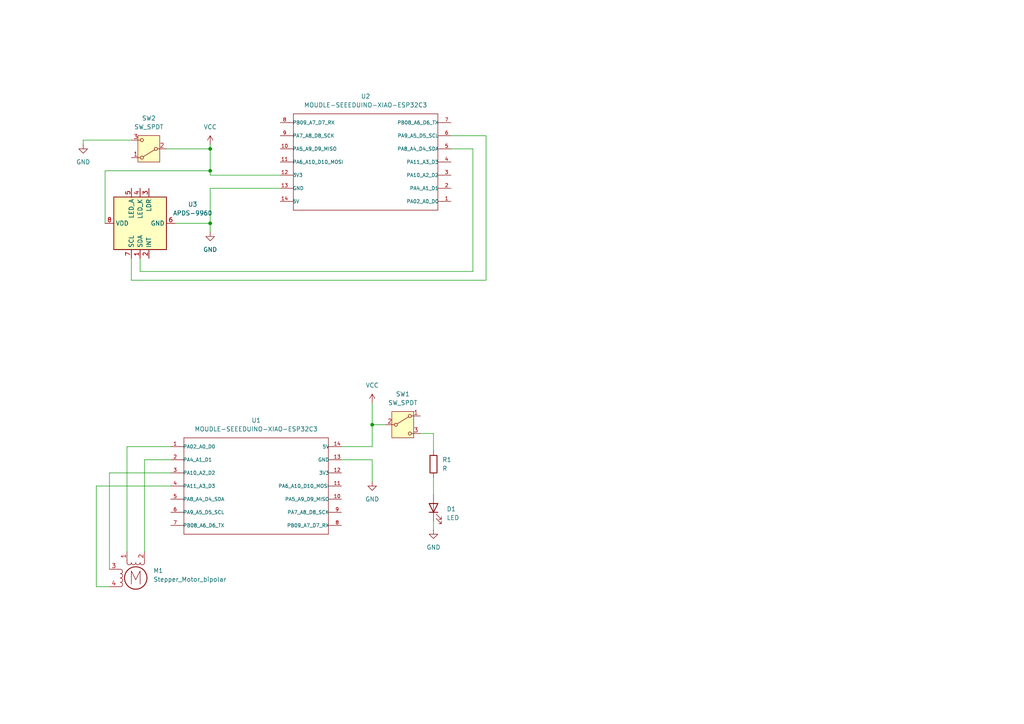
<source format=kicad_sch>
(kicad_sch (version 20231120) (generator "eeschema") (generator_version "8.0")
  (paper "A4")
  (title_block (title "Plant Monitor Device") (date "2025-01-26") (rev "v1") (company "Diana Ding"))
  (lib_symbols
    (symbol "Device:LED" (pin_numbers hide) (pin_names (offset 1.016) hide)
      (property "Reference" "D" (at 0 2.54 0))
      (property "Value" "LED" (at 0 -2.54 0))
      (symbol "LED_0_1"
        (polyline (pts (xy -1.27 -1.27) (xy -1.27 1.27)) (stroke (width 0.254)))
        (polyline (pts (xy -1.27 0) (xy 1.27 0)))
        (polyline (pts (xy 1.27 -1.27) (xy 1.27 1.27) (xy -1.27 0) (xy 1.27 -1.27)) (stroke (width 0.254)))
        (polyline (pts (xy -3.048 -0.762) (xy -4.572 -2.286) (xy -3.81 -2.286) (xy -4.572 -2.286) (xy -4.572 -1.524)))
        (polyline (pts (xy -1.778 -0.762) (xy -3.302 -2.286) (xy -2.54 -2.286) (xy -3.302 -2.286) (xy -3.302 -1.524)))
      )
      (symbol "LED_1_1"
        (pin passive line (at -3.81 0 0) (length 2.54) (name "K") (number "1"))
        (pin passive line (at 3.81 0 180) (length 2.54) (name "A") (number "2"))
      )
    )
    (symbol "Device:R" (pin_numbers hide) (pin_names (offset 0))
      (property "Reference" "R" (at 2.032 0 90))
      (property "Value" "R" (at 0 0 90))
      (symbol "R_0_1"
        (rectangle (start -1.016 -2.54) (end 1.016 2.54) (stroke (width 0.254)))
      )
      (symbol "R_1_1"
        (pin passive line (at 0 3.81 270) (length 1.27) (name "~") (number "1"))
        (pin passive line (at 0 -3.81 90) (length 1.27) (name "~") (number "2"))
      )
    )
    (symbol "Motor:Stepper_Motor_bipolar" (pin_names (offset 0) hide)
      (property "Reference" "M" (at 3.81 2.54 0))
      (property "Value" "Stepper_Motor_bipolar" (at 3.81 1.27 0))
      (symbol "Stepper_Motor_bipolar_0_0"
        (polyline (pts (xy -1.27 -1.778) (xy -1.27 2.032) (xy 0 -0.508) (xy 1.27 2.032) (xy 1.27 -1.778)))
      )
      (symbol "Stepper_Motor_bipolar_0_1"
        (arc (start -4.445 -2.54) (mid -3.8127 -1.905) (end -4.445 -1.27))
        (arc (start -4.445 -1.27) (mid -3.8127 -0.635) (end -4.445 0))
        (arc (start -4.445 0) (mid -3.8127 0.635) (end -4.445 1.27))
        (arc (start -4.445 1.27) (mid -3.8127 1.905) (end -4.445 2.54))
        (arc (start -2.54 4.445) (mid -1.905 3.8127) (end -1.27 4.445))
        (arc (start -1.27 4.445) (mid -0.635 3.8127) (end 0 4.445))
        (polyline (pts (xy -5.08 -2.54) (xy -4.445 -2.54)))
        (polyline (pts (xy -5.08 2.54) (xy -4.445 2.54)))
        (polyline (pts (xy -2.54 5.08) (xy -2.54 4.445)))
        (polyline (pts (xy 2.54 5.08) (xy 2.54 4.445)))
        (circle (center 0 0) (radius 3.2512) (stroke (width 0.254)))
        (arc (start 0 4.445) (mid 0.635 3.8127) (end 1.27 4.445))
        (arc (start 1.27 4.445) (mid 1.905 3.8127) (end 2.54 4.445))
      )
      (symbol "Stepper_Motor_bipolar_1_1"
        (pin passive line (at -2.54 7.62 270) (length 2.54) (name "~") (number "1"))
        (pin passive line (at 2.54 7.62 270) (length 2.54) (name "-") (number "2"))
        (pin passive line (at -7.62 2.54 0) (length 2.54) (name "~") (number "3"))
        (pin passive line (at -7.62 -2.54 0) (length 2.54) (name "~") (number "4"))
      )
    )
    (symbol "Sensor:APDS-9960"
      (property "Reference" "U" (at -5.08 8.89 0))
      (property "Value" "APDS-9960" (at 6.35 8.89 0))
      (symbol "APDS-9960_0_1"
        (rectangle (start -7.62 7.62) (end 7.62 -7.62) (stroke (width 0.254)) (fill (type background)))
      )
      (symbol "APDS-9960_1_1"
        (pin bidirectional line (at -10.16 0 0) (length 2.54) (name "SDA") (number "1"))
        (pin open_collector line (at -10.16 -2.54 0) (length 2.54) (name "INT") (number "2"))
        (pin passive line (at 10.16 -2.54 180) (length 2.54) (name "LDR") (number "3"))
        (pin passive line (at 10.16 0 180) (length 2.54) (name "LED_K") (number "4"))
        (pin passive line (at 10.16 2.54 180) (length 2.54) (name "LED_A") (number "5"))
        (pin power_in line (at 0 -10.16 90) (length 2.54) (name "GND") (number "6"))
        (pin input line (at -10.16 2.54 0) (length 2.54) (name "SCL") (number "7"))
        (pin power_in line (at 0 10.16 270) (length 2.54) (name "VDD") (number "8"))
      )
    )
    (symbol "Switch:SW_SPDT" (pin_names (offset 0) hide)
      (property "Reference" "SW" (at 0 5.08 0))
      (property "Value" "SW_SPDT" (at 0 -5.08 0))
      (symbol "SW_SPDT_0_1"
        (circle (center -2.032 0) (radius 0.4572))
        (polyline (pts (xy -1.651 0.254) (xy 1.651 2.286)))
        (circle (center 2.032 -2.54) (radius 0.4572))
        (circle (center 2.032 2.54) (radius 0.4572))
      )
      (symbol "SW_SPDT_1_1"
        (rectangle (start -3.175 3.81) (end 3.175 -3.81) (fill (type background)))
        (pin passive line (at 5.08 2.54 180) (length 2.54) (name "A") (number "1"))
        (pin passive line (at -5.08 0 0) (length 2.54) (name "B") (number "2"))
        (pin passive line (at 5.08 -2.54 180) (length 2.54) (name "C") (number "3"))
      )
    )
    (symbol "XIao_demo:MOUDLE-SEEEDUINO-XIAO-ESP32C3" (pin_names (offset 1.016))
      (property "Reference" "U" (at -21.59 15.24 0))
      (property "Value" "MOUDLE-SEEEDUINO-XIAO-ESP32C3" (at -21.59 13.97 0))
      (symbol "MOUDLE-SEEEDUINO-XIAO-ESP32C3_0_0"
        (polyline (pts (xy -21.59 -13.97) (xy -21.59 0)) (stroke (width 0.1524)))
        (polyline (pts (xy -21.59 -11.43) (xy -22.86 -11.43)) (stroke (width 0.1524)))
        (polyline (pts (xy -21.59 -7.62) (xy -22.86 -7.62)) (stroke (width 0.1524)))
        (polyline (pts (xy -21.59 -3.81) (xy -22.86 -3.81)) (stroke (width 0.1524)))
        (polyline (pts (xy -21.59 0) (xy -22.86 0)) (stroke (width 0.1524)))
        (polyline (pts (xy -21.59 0) (xy -21.59 3.81)) (stroke (width 0.1524)))
        (polyline (pts (xy -21.59 3.81) (xy -22.86 3.81)) (stroke (width 0.1524)))
        (polyline (pts (xy -21.59 3.81) (xy -21.59 7.62)) (stroke (width 0.1524)))
        (polyline (pts (xy -21.59 7.62) (xy -22.86 7.62)) (stroke (width 0.1524)))
        (polyline (pts (xy -21.59 7.62) (xy -21.59 11.43)) (stroke (width 0.1524)))
        (polyline (pts (xy -21.59 11.43) (xy -22.86 11.43)) (stroke (width 0.1524)))
        (polyline (pts (xy -21.59 11.43) (xy -21.59 13.97)) (stroke (width 0.1524)))
        (polyline (pts (xy -21.59 13.97) (xy 20.32 13.97)) (stroke (width 0.1524)))
        (polyline (pts (xy 20.32 -13.97) (xy -21.59 -13.97)) (stroke (width 0.1524)))
        (polyline (pts (xy 20.32 3.81) (xy 20.32 -13.97)) (stroke (width 0.1524)))
        (polyline (pts (xy 20.32 7.62) (xy 20.32 3.81)) (stroke (width 0.1524)))
        (polyline (pts (xy 20.32 11.43) (xy 20.32 7.62)) (stroke (width 0.1524)))
        (polyline (pts (xy 20.32 13.97) (xy 20.32 11.43)) (stroke (width 0.1524)))
        (polyline (pts (xy 21.59 -11.43) (xy 20.32 -11.43)) (stroke (width 0.1524)))
        (polyline (pts (xy 21.59 -7.62) (xy 20.32 -7.62)) (stroke (width 0.1524)))
        (polyline (pts (xy 21.59 -3.81) (xy 20.32 -3.81)) (stroke (width 0.1524)))
        (polyline (pts (xy 21.59 0) (xy 20.32 0)) (stroke (width 0.1524)))
        (polyline (pts (xy 21.59 3.81) (xy 20.32 3.81)) (stroke (width 0.1524)))
        (polyline (pts (xy 21.59 7.62) (xy 20.32 7.62)) (stroke (width 0.1524)))
        (polyline (pts (xy 21.59 11.43) (xy 20.32 11.43)) (stroke (width 0.1524)))
        (pin bidirectional line (at -25.4 11.43 0) (length 2.54) (name "PA02_A0_D0") (number "1"))
        (pin bidirectional line (at 24.13 -3.81 180) (length 2.54) (name "PA5_A9_D9_MISO") (number "10"))
        (pin bidirectional line (at 24.13 0 180) (length 2.54) (name "PA6_A10_D10_MOSI") (number "11"))
        (pin bidirectional line (at 24.13 3.81 180) (length 2.54) (name "3V3") (number "12"))
        (pin bidirectional line (at 24.13 7.62 180) (length 2.54) (name "GND") (number "13"))
        (pin bidirectional line (at 24.13 11.43 180) (length 2.54) (name "5V") (number "14"))
        (pin bidirectional line (at -25.4 7.62 0) (length 2.54) (name "PA4_A1_D1") (number "2"))
        (pin bidirectional line (at -25.4 3.81 0) (length 2.54) (name "PA10_A2_D2") (number "3"))
        (pin bidirectional line (at -25.4 0 0) (length 2.54) (name "PA11_A3_D3") (number "4"))
        (pin bidirectional line (at -25.4 -3.81 0) (length 2.54) (name "PA8_A4_D4_SDA") (number "5"))
        (pin bidirectional line (at -25.4 -7.62 0) (length 2.54) (name "PA9_A5_D5_SCL") (number "6"))
        (pin bidirectional line (at -25.4 -11.43 0) (length 2.54) (name "PB08_A6_D6_TX") (number "7"))
        (pin bidirectional line (at 24.13 -11.43 180) (length 2.54) (name "PB09_A7_D7_RX") (number "8"))
        (pin bidirectional line (at 24.13 -7.62 180) (length 2.54) (name "PA7_A8_D8_SCK") (number "9"))
      )
    )
    (symbol "power:GND" (power) (pin_numbers hide) (pin_names (offset 0) hide)
      (property "Value" "GND" (at 0 -3.81 0))
      (symbol "GND_0_1"
        (polyline (pts (xy 0 0) (xy 0 -1.27) (xy 1.27 -1.27) (xy 0 -2.54) (xy -1.27 -1.27) (xy 0 -1.27)))
      )
      (symbol "GND_1_1"
        (pin power_in line (at 0 0 270) (length 0) (name "~") (number "1"))
      )
    )
    (symbol "power:VCC" (power) (pin_numbers hide) (pin_names (offset 0) hide)
      (property "Value" "VCC" (at 0 3.556 0))
      (symbol "VCC_0_1"
        (polyline (pts (xy -0.762 1.27) (xy 0 2.54)))
        (polyline (pts (xy 0 0) (xy 0 2.54)))
        (polyline (pts (xy 0 2.54) (xy 0.762 1.27)))
      )
      (symbol "VCC_1_1"
        (pin power_in line (at 0 0 90) (length 0) (name "~") (number "1"))
      )
    )
  )
  (junction (at 60.96 43.18))
  (junction (at 60.96 49.53))
  (junction (at 60.96 64.77))
  (junction (at 107.95 123.19))
  (wire (pts (xy 125.73 138.43) (xy 125.73 143.51)))
  (wire (pts (xy 107.95 129.54) (xy 107.95 123.19)))
  (wire (pts (xy 31.75 170.18) (xy 27.94 170.18)))
  (wire (pts (xy 121.92 125.73) (xy 125.73 125.73)))
  (wire (pts (xy 107.95 123.19) (xy 111.76 123.19)))
  (wire (pts (xy 40.64 78.74) (xy 137.16 78.74)))
  (wire (pts (xy 41.91 160.02) (xy 41.91 133.35)))
  (wire (pts (xy 137.16 78.74) (xy 137.16 43.18)))
  (wire (pts (xy 125.73 125.73) (xy 125.73 130.81)))
  (wire (pts (xy 130.81 43.18) (xy 137.16 43.18)))
  (wire (pts (xy 31.75 165.1) (xy 31.75 137.16)))
  (wire (pts (xy 38.1 81.28) (xy 38.1 74.93)))
  (wire (pts (xy 50.8 64.77) (xy 60.96 64.77)))
  (wire (pts (xy 30.48 64.77) (xy 30.48 49.53)))
  (wire (pts (xy 107.95 133.35) (xy 99.06 133.35)))
  (wire (pts (xy 60.96 64.77) (xy 60.96 67.31)))
  (wire (pts (xy 24.13 40.64) (xy 24.13 41.91)))
  (wire (pts (xy 60.96 50.8) (xy 81.28 50.8)))
  (wire (pts (xy 60.96 41.91) (xy 60.96 43.18)))
  (wire (pts (xy 41.91 133.35) (xy 49.53 133.35)))
  (wire (pts (xy 60.96 43.18) (xy 60.96 49.53)))
  (wire (pts (xy 140.97 81.28) (xy 38.1 81.28)))
  (wire (pts (xy 36.83 129.54) (xy 49.53 129.54)))
  (wire (pts (xy 31.75 137.16) (xy 49.53 137.16)))
  (wire (pts (xy 60.96 54.61) (xy 60.96 64.77)))
  (wire (pts (xy 130.81 39.37) (xy 140.97 39.37)))
  (wire (pts (xy 140.97 39.37) (xy 140.97 81.28)))
  (wire (pts (xy 38.1 40.64) (xy 24.13 40.64)))
  (wire (pts (xy 125.73 151.13) (xy 125.73 153.67)))
  (wire (pts (xy 48.26 43.18) (xy 60.96 43.18)))
  (wire (pts (xy 107.95 139.7) (xy 107.95 133.35)))
  (wire (pts (xy 99.06 129.54) (xy 107.95 129.54)))
  (wire (pts (xy 27.94 170.18) (xy 27.94 140.97)))
  (wire (pts (xy 40.64 74.93) (xy 40.64 78.74)))
  (wire (pts (xy 81.28 54.61) (xy 60.96 54.61)))
  (wire (pts (xy 36.83 160.02) (xy 36.83 129.54)))
  (wire (pts (xy 107.95 123.19) (xy 107.95 116.84)))
  (wire (pts (xy 27.94 140.97) (xy 49.53 140.97)))
  (wire (pts (xy 30.48 49.53) (xy 60.96 49.53)))
  (wire (pts (xy 60.96 49.53) (xy 60.96 50.8)))
  (symbol (lib_id "Device:R") (at 125.73 134.62 0) (unit 1)
    (property "Reference" "R1" (at 128.27 133.3499 0) (effects (justify left)))
    (property "Value" "R" (at 128.27 135.8899 0) (effects (justify left)))
    (property "Description" "Resistor" (effects (hide yes)))
  )
  (symbol (lib_id "Motor:Stepper_Motor_bipolar") (at 39.37 167.64 0) (unit 1)
    (property "Reference" "M1" (at 44.45 165.519 0) (effects (justify left)))
    (property "Value" "Stepper_Motor_bipolar" (at 44.45 168.059 0) (effects (justify left)))
    (property "Datasheet" "http://www.infineon.com/dgdl/Application-Note-TLE8110EE_driving_UniPolarStepperMotor_V1.1.pdf?fileId=db3a30431be39b97011be5d0aa0a00b0" (effects (hide yes)))
    (property "Description" "4-wire bipolar stepper motor" (effects (hide yes)))
  )
  (symbol (lib_id "power:GND") (at 24.13 41.91 0) (unit 1)
    (property "Reference" "#PWR06" (effects (hide yes)))
    (property "Value" "GND" (at 24.13 46.99 0))
    (property "Description" "Power symbol creates a global label with name \"GND\" , ground" (effects (hide yes)))
  )
  (symbol (lib_id "power:GND") (at 107.95 139.7 0) (unit 1)
    (property "Reference" "#PWR02" (effects (hide yes)))
    (property "Value" "GND" (at 107.95 144.78 0))
    (property "Description" "Power symbol creates a global label with name \"GND\" , ground" (effects (hide yes)))
  )
  (symbol (lib_id "power:VCC") (at 107.95 116.84 0) (unit 1)
    (property "Reference" "#PWR01" (effects (hide yes)))
    (property "Value" "VCC" (at 107.95 111.76 0))
    (property "Description" "Power symbol creates a global label with name \"VCC\"" (effects (hide yes)))
  )
  (symbol (lib_id "power:VCC") (at 60.96 41.91 0) (unit 1)
    (property "Reference" "#PWR04" (effects (hide yes)))
    (property "Value" "VCC" (at 60.96 36.83 0))
    (property "Description" "Power symbol creates a global label with name \"VCC\"" (effects (hide yes)))
  )
  (symbol (lib_id "Switch:SW_SPDT") (at 116.84 123.19 0) (unit 1)
    (property "Reference" "SW1" (at 116.84 114.3 0))
    (property "Value" "SW_SPDT" (at 116.84 116.84 0))
    (property "Description" "Switch, single pole double throw" (effects (hide yes)))
  )
  (symbol (lib_id "power:GND") (at 125.73 153.67 0) (unit 1)
    (property "Reference" "#PWR03" (effects (hide yes)))
    (property "Value" "GND" (at 125.73 158.75 0))
    (property "Description" "Power symbol creates a global label with name \"GND\" , ground" (effects (hide yes)))
  )
  (symbol (lib_id "Switch:SW_SPDT") (at 43.18 43.18 180) (unit 1)
    (property "Reference" "SW2" (at 43.18 34.29 0))
    (property "Value" "SW_SPDT" (at 43.18 36.83 0))
    (property "Description" "Switch, single pole double throw" (effects (hide yes)))
  )
  (symbol (lib_id "Sensor:APDS-9960") (at 40.64 64.77 90) (unit 1)
    (property "Reference" "U3" (at 55.88 59.2738 90))
    (property "Value" "APDS-9960" (at 55.88 61.8138 90))
    (property "Footprint" "Sensor:Avago_APDS-9960" (effects (hide yes)))
    (property "Datasheet" "https://docs.broadcom.com/doc/AV02-4191EN" (effects (hide yes)))
    (property "Description" "Digital Proximity, Ambient Light, RGB and Gesture Sensor" (effects (hide yes)))
  )
  (symbol (lib_id "XIao_demo:MOUDLE-SEEEDUINO-XIAO-ESP32C3") (at 74.93 140.97 0) (unit 1)
    (property "Reference" "U1" (at 74.295 121.92 0))
    (property "Value" "MOUDLE-SEEEDUINO-XIAO-ESP32C3" (at 74.295 124.46 0))
    (property "Footprint" "MOUDLE14P-SMD-2.54-21X17.8MM" (effects (hide yes)))
  )
  (symbol (lib_id "power:GND") (at 60.96 67.31 0) (unit 1)
    (property "Reference" "#PWR05" (effects (hide yes)))
    (property "Value" "GND" (at 60.96 72.39 0))
    (property "Description" "Power symbol creates a global label with name \"GND\" , ground" (effects (hide yes)))
  )
  (symbol (lib_id "Device:LED") (at 125.73 147.32 90) (unit 1)
    (property "Reference" "D1" (at 129.54 147.6374 90) (effects (justify right)))
    (property "Value" "LED" (at 129.54 150.1774 90) (effects (justify right)))
    (property "Description" "Light emitting diode" (effects (hide yes)))
  )
  (symbol (lib_id "XIao_demo:MOUDLE-SEEEDUINO-XIAO-ESP32C3") (at 105.41 46.99 180) (unit 1)
    (property "Reference" "U2" (at 106.045 27.94 0))
    (property "Value" "MOUDLE-SEEEDUINO-XIAO-ESP32C3" (at 106.045 30.48 0))
    (property "Footprint" "MOUDLE14P-SMD-2.54-21X17.8MM" (effects (hide yes)))
  )
)
</source>
